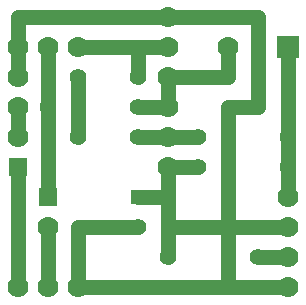
<source format=gbl>
G75*
%MOIN*%
%OFA0B0*%
%FSLAX25Y25*%
%IPPOS*%
%LPD*%
%AMOC8*
5,1,8,0,0,1.08239X$1,22.5*
%
%ADD10C,0.07000*%
%ADD11R,0.06300X0.06300*%
%ADD12C,0.05543*%
%ADD13R,0.04756X0.04756*%
%ADD14R,0.07500X0.07500*%
%ADD15C,0.05000*%
%ADD16R,0.03962X0.03962*%
D10*
X0048933Y0040337D03*
X0058933Y0040337D03*
X0068933Y0040337D03*
X0058933Y0060337D03*
X0048933Y0090337D03*
X0048933Y0100337D03*
X0048933Y0110337D03*
X0048933Y0120337D03*
X0058933Y0120337D03*
X0068933Y0120337D03*
X0098933Y0120337D03*
X0098933Y0130337D03*
X0098933Y0110337D03*
X0098933Y0100337D03*
X0098933Y0090337D03*
X0098933Y0080337D03*
X0118933Y0120337D03*
X0138933Y0070337D03*
X0138933Y0060337D03*
X0138933Y0050337D03*
X0138933Y0040337D03*
D11*
X0058933Y0070337D03*
X0048933Y0080337D03*
D12*
X0058933Y0100337D03*
X0068933Y0090337D03*
X0068933Y0110337D03*
X0088933Y0110337D03*
X0088933Y0100337D03*
X0088933Y0090337D03*
X0108933Y0090337D03*
X0108933Y0080337D03*
X0088933Y0060337D03*
X0098933Y0050337D03*
X0128933Y0050337D03*
X0138933Y0080337D03*
X0138933Y0090337D03*
D13*
X0088933Y0070337D03*
D14*
X0138933Y0120337D03*
D15*
X0138933Y0090337D01*
X0138933Y0080337D01*
X0138933Y0070337D01*
X0138933Y0060337D02*
X0128933Y0060337D01*
X0108933Y0060337D01*
X0098933Y0060337D01*
X0098933Y0070337D01*
X0098933Y0080337D01*
X0108933Y0080337D01*
X0108933Y0090337D02*
X0098933Y0090337D01*
X0088933Y0090337D01*
X0088933Y0100337D02*
X0098933Y0100337D01*
X0098933Y0110337D01*
X0118933Y0110337D01*
X0118933Y0120337D01*
X0128933Y0130337D02*
X0098933Y0130337D01*
X0048933Y0130337D01*
X0048933Y0120337D01*
X0048933Y0110337D01*
X0048933Y0100337D02*
X0048933Y0090337D01*
X0048933Y0080337D02*
X0048933Y0040337D01*
X0058933Y0040337D02*
X0058933Y0060337D01*
X0058933Y0070337D02*
X0058933Y0100337D01*
X0058933Y0120337D01*
X0068933Y0120337D02*
X0088933Y0120337D01*
X0088933Y0110337D01*
X0088933Y0120337D02*
X0098933Y0120337D01*
X0118933Y0100337D02*
X0128933Y0100337D01*
X0128933Y0130337D01*
X0118933Y0100337D02*
X0118933Y0040337D01*
X0138933Y0040337D01*
X0138933Y0050337D02*
X0128933Y0050337D01*
X0118933Y0040337D02*
X0068933Y0040337D01*
X0068933Y0060337D01*
X0088933Y0060337D01*
X0088933Y0070337D02*
X0098933Y0070337D01*
X0098933Y0060337D02*
X0098933Y0050337D01*
X0068933Y0090337D02*
X0068933Y0110337D01*
D16*
X0108933Y0060337D03*
X0128933Y0060337D03*
M02*

</source>
